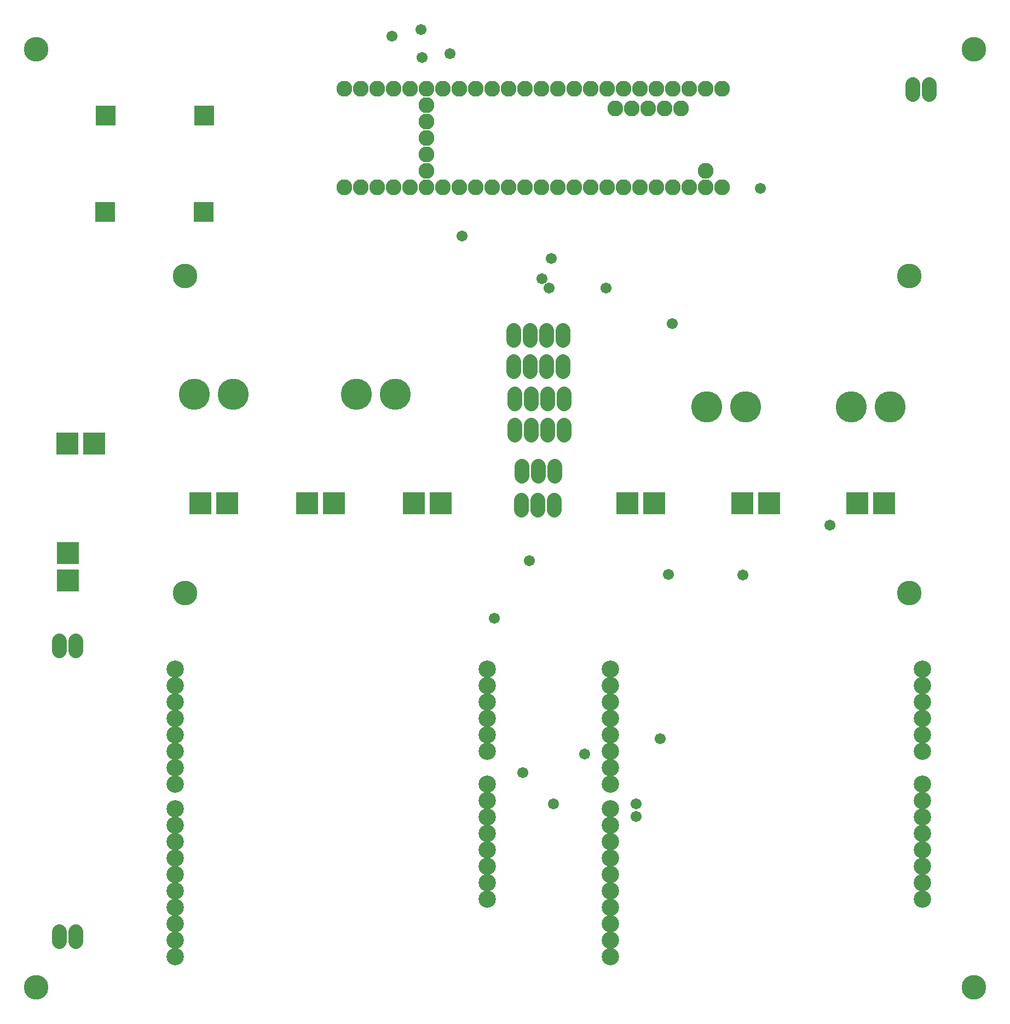
<source format=gbr>
G04 EAGLE Gerber RS-274X export*
G75*
%MOIN*%
%FSLAX34Y34*%
%LPD*%
%INSoldermask Top*%
%IPPOS*%
%AMOC8*
5,1,8,0,0,1.08239X$1,22.5*%
G01*
%ADD10C,0.149610*%
%ADD11R,0.137799X0.137799*%
%ADD12C,0.097051*%
%ADD13C,0.105500*%
%ADD14C,0.091500*%
%ADD15C,0.189610*%
%ADD16R,0.121500X0.121500*%
%ADD17C,0.067185*%


D10*
X1969Y59055D03*
X59055Y59055D03*
X1969Y1969D03*
X59055Y1969D03*
X55118Y25984D03*
X11024Y25984D03*
X55118Y45276D03*
X11024Y45276D03*
D11*
X3886Y26748D03*
X3886Y28402D03*
X44941Y31438D03*
X46594Y31438D03*
X18441Y31438D03*
X20094Y31438D03*
X3847Y35070D03*
X5501Y35070D03*
D12*
X41720Y56669D03*
X40720Y56669D03*
X39720Y56669D03*
X38720Y56669D03*
X37720Y56669D03*
X36720Y56669D03*
X35720Y56669D03*
X34720Y56669D03*
X33720Y56669D03*
X32720Y56669D03*
X31720Y56669D03*
X30720Y56669D03*
X30720Y50669D03*
X31720Y50669D03*
X32720Y50669D03*
X33720Y50669D03*
X34720Y50669D03*
X35720Y50669D03*
X36720Y50669D03*
X37720Y50669D03*
X38720Y50669D03*
X39720Y50669D03*
X40720Y50669D03*
X28720Y56669D03*
X27720Y56669D03*
X26720Y56669D03*
X25720Y56669D03*
X24720Y56669D03*
X23720Y56669D03*
X22720Y56669D03*
X21720Y56669D03*
X20720Y56669D03*
X20720Y50669D03*
X21720Y50669D03*
X22720Y50669D03*
X23720Y50669D03*
X24720Y50669D03*
X25720Y50669D03*
X26720Y50669D03*
X27720Y50669D03*
X28720Y50669D03*
X29720Y56669D03*
X25720Y55669D03*
X25720Y54669D03*
X25720Y53669D03*
X25720Y52669D03*
X25720Y51669D03*
X37220Y55469D03*
X38220Y55469D03*
X39220Y55469D03*
X40220Y55469D03*
X41220Y55469D03*
X41720Y50669D03*
X43720Y50669D03*
X42720Y56669D03*
X42720Y51669D03*
X29720Y50669D03*
X42720Y50669D03*
X43720Y56669D03*
D13*
X55927Y9347D03*
X55927Y10347D03*
X55927Y11347D03*
X55927Y12347D03*
X55927Y13347D03*
X55927Y14347D03*
X55927Y16347D03*
X55927Y17347D03*
X55927Y18347D03*
X55927Y19347D03*
X55927Y20347D03*
X55927Y21347D03*
X36927Y21347D03*
X36927Y20347D03*
X36927Y19347D03*
X36927Y18347D03*
X36927Y17347D03*
X36927Y16347D03*
X36927Y15347D03*
X36927Y14347D03*
X36927Y12847D03*
X36927Y11847D03*
X36927Y10847D03*
X36927Y9847D03*
X36927Y8847D03*
X36927Y7847D03*
X36927Y6847D03*
X36927Y5847D03*
X36927Y4847D03*
X36927Y3847D03*
X55927Y8347D03*
X55927Y7347D03*
X29427Y9347D03*
X29427Y10347D03*
X29427Y11347D03*
X29427Y12347D03*
X29427Y13347D03*
X29427Y14347D03*
X29427Y16347D03*
X29427Y17347D03*
X29427Y18347D03*
X29427Y19347D03*
X29427Y20347D03*
X29427Y21347D03*
X10427Y21347D03*
X10427Y20347D03*
X10427Y19347D03*
X10427Y18347D03*
X10427Y17347D03*
X10427Y16347D03*
X10427Y15347D03*
X10427Y14347D03*
X10427Y12847D03*
X10427Y11847D03*
X10427Y10847D03*
X10427Y9847D03*
X10427Y8847D03*
X10427Y7847D03*
X10427Y6847D03*
X10427Y5847D03*
X10427Y4847D03*
X10427Y3847D03*
X29427Y8347D03*
X29427Y7347D03*
D11*
X51941Y31438D03*
X53594Y31438D03*
X37941Y31438D03*
X39594Y31438D03*
X24941Y31438D03*
X26594Y31438D03*
X11941Y31438D03*
X13594Y31438D03*
D14*
X3343Y5356D02*
X3343Y4756D01*
X4343Y4756D02*
X4343Y5356D01*
X55311Y56333D02*
X55311Y56933D01*
X56311Y56933D02*
X56311Y56333D01*
X3343Y23077D02*
X3343Y22477D01*
X4343Y22477D02*
X4343Y23077D01*
D15*
X13942Y38080D03*
X11580Y38080D03*
X23815Y38080D03*
X21453Y38080D03*
X45167Y37292D03*
X42804Y37292D03*
X53945Y37292D03*
X51583Y37292D03*
D16*
X6157Y49165D03*
X12157Y49165D03*
X6181Y55031D03*
X12181Y55031D03*
D14*
X31075Y36198D02*
X31075Y35598D01*
X32075Y35598D02*
X32075Y36198D01*
X33075Y36198D02*
X33075Y35598D01*
X34075Y35598D02*
X34075Y36198D01*
X31075Y37511D02*
X31075Y38111D01*
X32075Y38111D02*
X32075Y37511D01*
X33075Y37511D02*
X33075Y38111D01*
X34075Y38111D02*
X34075Y37511D01*
X31028Y39472D02*
X31028Y40072D01*
X32028Y40072D02*
X32028Y39472D01*
X33028Y39472D02*
X33028Y40072D01*
X34028Y40072D02*
X34028Y39472D01*
X31028Y41361D02*
X31028Y41961D01*
X32028Y41961D02*
X32028Y41361D01*
X33028Y41361D02*
X33028Y41961D01*
X34028Y41961D02*
X34028Y41361D01*
X31528Y33702D02*
X31528Y33102D01*
X32528Y33102D02*
X32528Y33702D01*
X33528Y33702D02*
X33528Y33102D01*
X31504Y31646D02*
X31504Y31046D01*
X32504Y31046D02*
X32504Y31646D01*
X33504Y31646D02*
X33504Y31046D01*
D17*
X50291Y30118D03*
X46063Y50598D03*
X39951Y17102D03*
X44976Y27071D03*
X31984Y27945D03*
X40677Y42378D03*
X27165Y58819D03*
X25465Y58559D03*
X33472Y13134D03*
X31583Y15047D03*
X25394Y60260D03*
X40465Y27118D03*
X35362Y16157D03*
X38504Y12378D03*
X38504Y13143D03*
X29858Y24449D03*
X23622Y59858D03*
X36661Y44528D03*
X33331Y46323D03*
X27898Y47693D03*
X33189Y44551D03*
X32740Y45094D03*
M02*

</source>
